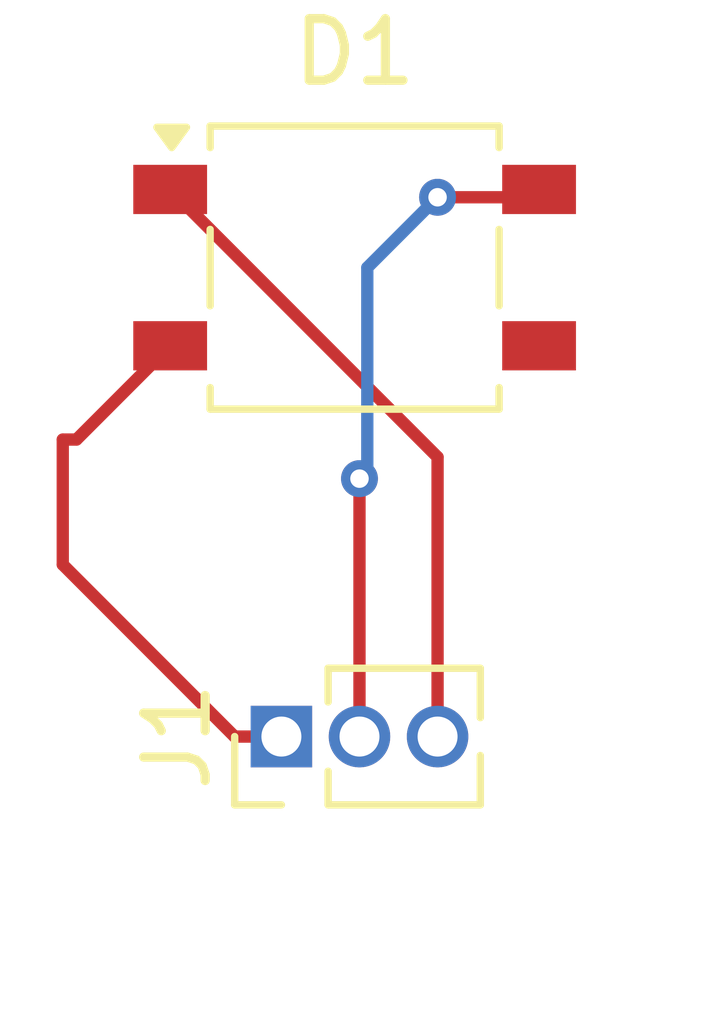
<source format=kicad_pcb>
(kicad_pcb (version 20240108) (generator "pcbnew") (generator_version "8.0")
  (layers (0 "F.Cu" signal) (31 "B.Cu" signal) (34 "B.Paste" user) (35 "F.Paste" user) (36 "B.SilkS" user "B.Silkscreen") (37 "F.SilkS" user "F.Silkscreen") (38 "B.Mask" user) (39 "F.Mask" user) (44 "Edge.Cuts" user))
  (net 0 "")
  (net 1 "Net-(D1-A2)")
  (net 2 "Net-(D1-K1)")
  (net 3 "Net-(D1-A1)")
  (footprint "Connector_PinHeader_1.27mm:PinHeader_1x03_P1.27mm_Vertical" (layer "F.Cu") (at 146.304 73.025 90)
    (property "Reference" "J1" (at 0 -1.695 90) (layer "F.SilkS"))
    (property "Value" "Conn_01x03")
    (fp_line (start -1.11 -0.76) (end 0 -0.76) (stroke (width 0.12)) (layer "F.SilkS"))
    (fp_line (start -1.11 0) (end -1.11 -0.76) (stroke (width 0.12)) (layer "F.SilkS"))
    (fp_line (start 1.11 0.76) (end 1.11 3.235) (stroke (width 0.12)) (layer "F.SilkS"))
    (fp_line (start 0.563471 0.76) (end 1.11 0.76) (stroke (width 0.12)) (layer "F.SilkS"))
    (fp_line (start -1.11 0.76) (end -0.563471 0.76) (stroke (width 0.12)) (layer "F.SilkS"))
    (fp_line (start -1.11 0.76) (end -1.11 3.235) (stroke (width 0.12)) (layer "F.SilkS"))
    (fp_line (start 0.30753 3.235) (end 1.11 3.235) (stroke (width 0.12)) (layer "F.SilkS"))
    (fp_line (start -1.11 3.235) (end -0.30753 3.235) (stroke (width 0.12)) (layer "F.SilkS"))
    (pad "1" thru_hole rect (at 0 0 90) (size 1 1) (drill 0.65) (layers "*.Cu" "*.Mask") (net 2 "Net-(D1-K1)"))
    (pad "2" thru_hole oval (at 0 1.27 90) (size 1 1) (drill 0.65) (layers "*.Cu" "*.Mask") (net 1 "Net-(D1-A2)"))
    (pad "3" thru_hole oval (at 0 2.54 90) (size 1 1) (drill 0.65) (layers "*.Cu" "*.Mask") (net 3 "Net-(D1-A1)"))
  )
  (footprint "Package_SO:SO-4_4.4x4.3mm_P2.54mm" (layer "F.Cu") (at 147.495 65.405)
    (property "Reference" "D1" (at 0 -3.5 0) (layer "F.SilkS"))
    (property "Value" "LED_Dual_AKKA")
    (fp_line (start -2.35 -2.3) (end 2.35 -2.3) (stroke (width 0.12)) (layer "F.SilkS"))
    (fp_line (start -2.35 -1.95) (end -2.35 -2.3) (stroke (width 0.12)) (layer "F.SilkS"))
    (fp_line (start -2.35 0.62) (end -2.35 -0.62) (stroke (width 0.12)) (layer "F.SilkS"))
    (fp_line (start -2.35 1.95) (end -2.35 2.3) (stroke (width 0.12)) (layer "F.SilkS"))
    (fp_line (start -2.35 2.3) (end 2.35 2.3) (stroke (width 0.12)) (layer "F.SilkS"))
    (fp_line (start 2.35 -2.3) (end 2.35 -1.95) (stroke (width 0.12)) (layer "F.SilkS"))
    (fp_line (start 2.35 0.62) (end 2.35 -0.62) (stroke (width 0.12)) (layer "F.SilkS"))
    (fp_line (start 2.35 2.3) (end 2.35 1.95) (stroke (width 0.12)) (layer "F.SilkS"))
    (fp_poly (pts (xy -2.975 -1.95) (xy -3.215 -2.28) (xy -2.735 -2.28) (xy -2.975 -1.95)) (stroke (width 0.12)) (fill solid) (layer "F.SilkS"))
    (pad "1" smd rect (at -3 -1.27 270) (size 0.8 1.2) (layers "F.Cu" "F.Paste" "F.Mask") (net 3 "Net-(D1-A1)"))
    (pad "2" smd rect (at -3 1.27 270) (size 0.8 1.2) (layers "F.Cu" "F.Paste" "F.Mask") (net 2 "Net-(D1-K1)"))
    (pad "3" smd rect (at 3 1.27 270) (size 0.8 1.2) (layers "F.Cu" "F.Paste" "F.Mask") (net 2 "Net-(D1-K1)"))
    (pad "4" smd rect (at 3 -1.27 270) (size 0.8 1.2) (layers "F.Cu" "F.Paste" "F.Mask") (net 1 "Net-(D1-A2)"))
  )
  (segment (start 147.574 73.025) (end 147.574 68.834) (width 0.2) (layer "F.Cu") (net 1))
  (segment (start 150.368 64.262) (end 150.495 64.135) (width 0.2) (layer "F.Cu") (net 1))
  (segment (start 148.844 64.262) (end 150.368 64.262) (width 0.2) (layer "F.Cu") (net 1))
  (via (at 147.574 68.834) (size 0.6) (drill 0.3) (layers "F.Cu" "B.Cu") (net 1))
  (via (at 148.844 64.262) (size 0.6) (drill 0.3) (layers "F.Cu" "B.Cu") (net 1))
  (segment (start 147.701 68.707) (end 147.701 65.405) (width 0.2) (layer "B.Cu") (net 1))
  (segment (start 147.574 68.834) (end 147.701 68.707) (width 0.2) (layer "B.Cu") (net 1))
  (segment (start 147.701 65.405) (end 148.844 64.262) (width 0.2) (layer "B.Cu") (net 1))
  (segment (start 142.748 70.231) (end 142.748 68.199) (width 0.2) (layer "F.Cu") (net 2))
  (segment (start 146.304 73.025) (end 145.542 73.025) (width 0.2) (layer "F.Cu") (net 2))
  (segment (start 142.971 68.199) (end 144.495 66.675) (width 0.2) (layer "F.Cu") (net 2))
  (segment (start 142.748 68.199) (end 142.971 68.199) (width 0.2) (layer "F.Cu") (net 2))
  (segment (start 145.542 73.025) (end 142.748 70.231) (width 0.2) (layer "F.Cu") (net 2))
  (segment (start 144.495 64.135) (end 148.844 68.484) (width 0.2) (layer "F.Cu") (net 3))
  (segment (start 148.844 68.484) (end 148.844 73.025) (width 0.2) (layer "F.Cu") (net 3))
)
</source>
